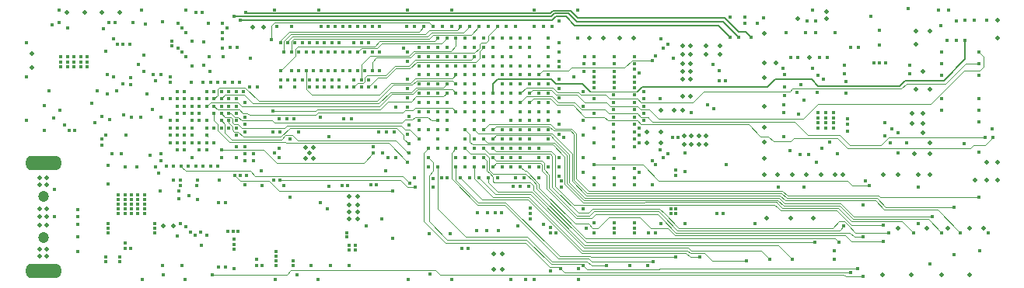
<source format=gbr>
G04 (created by PCBNEW (2013-07-07 BZR 4022)-stable) date 27/11/2015 23:20:48*
%MOIN*%
G04 Gerber Fmt 3.4, Leading zero omitted, Abs format*
%FSLAX34Y34*%
G01*
G70*
G90*
G04 APERTURE LIST*
%ADD10C,0.00590551*%
%ADD11C,0.019685*%
%ADD12C,0.0472441*%
%ADD13O,0.15748X0.0629921*%
%ADD14C,0.015748*%
%ADD15C,0.00393701*%
%ADD16C,0.00787402*%
G04 APERTURE END LIST*
G54D10*
G54D11*
X62539Y-59232D03*
X62893Y-59232D03*
X62893Y-58562D03*
X62539Y-58562D03*
X56358Y-56082D03*
X56712Y-56082D03*
X56712Y-56437D03*
X56358Y-56437D03*
X56358Y-56751D03*
X56712Y-56751D03*
X56712Y-57066D03*
X56358Y-57066D03*
X70629Y-52381D03*
X70275Y-52381D03*
X69704Y-52381D03*
X71653Y-53838D03*
X71653Y-53484D03*
X70708Y-53838D03*
X70708Y-53484D03*
X71023Y-53484D03*
X71338Y-53484D03*
X71338Y-53838D03*
X71023Y-53838D03*
X69704Y-53307D03*
X69704Y-53779D03*
X70629Y-51771D03*
X70984Y-51771D03*
X71653Y-49606D03*
X72244Y-49606D03*
X70629Y-49606D03*
X70984Y-49606D03*
X70984Y-50000D03*
X70629Y-50000D03*
X70984Y-50728D03*
X70629Y-50728D03*
X70984Y-51062D03*
X70629Y-51062D03*
X83188Y-55393D03*
X83661Y-55393D03*
X83661Y-54606D03*
X42736Y-50551D03*
X42736Y-49940D03*
X46496Y-48188D03*
X45748Y-48188D03*
X44251Y-48188D03*
X45000Y-48188D03*
X52677Y-48818D03*
X52204Y-48818D03*
X48818Y-57362D03*
X48385Y-57362D03*
X79881Y-57440D03*
X76259Y-57007D03*
X75275Y-57007D03*
X74251Y-57007D03*
X69114Y-53779D03*
X69114Y-53307D03*
X67952Y-49271D03*
X68543Y-49271D03*
X67244Y-49271D03*
X66653Y-49271D03*
X80472Y-52952D03*
X80472Y-52519D03*
X76062Y-50118D03*
X74645Y-50354D03*
X84133Y-54606D03*
X84133Y-55393D03*
X84133Y-49291D03*
X84133Y-48503D03*
X76811Y-48149D03*
X80629Y-48996D03*
X80629Y-49566D03*
X80944Y-52952D03*
X80944Y-53346D03*
X81259Y-48996D03*
X80944Y-50708D03*
X80629Y-51496D03*
X81259Y-51496D03*
X80944Y-52519D03*
X81259Y-53779D03*
X80590Y-54251D03*
X81259Y-54251D03*
X79251Y-55157D03*
X79881Y-55157D03*
X76811Y-48464D03*
X75590Y-48464D03*
X74133Y-49094D03*
X74133Y-50354D03*
X74133Y-54448D03*
X43070Y-58346D03*
X43385Y-58346D03*
X43385Y-58661D03*
X43070Y-58661D03*
X43385Y-57322D03*
X43070Y-57322D03*
X43070Y-56614D03*
X43385Y-56614D03*
X43385Y-56968D03*
X43070Y-56968D03*
X43070Y-55590D03*
X43385Y-55590D03*
X43385Y-55275D03*
X43070Y-55275D03*
X81102Y-57440D03*
X82007Y-57440D03*
X82952Y-57440D03*
X83543Y-57440D03*
X82952Y-59448D03*
X81732Y-59448D03*
X79212Y-59448D03*
X80433Y-59448D03*
X72244Y-50000D03*
X71653Y-50000D03*
X70629Y-50393D03*
X70984Y-50393D03*
X80748Y-55157D03*
X81259Y-55157D03*
X74133Y-50984D03*
X74133Y-52224D03*
X74133Y-53110D03*
X74133Y-53740D03*
X77500Y-55157D03*
X77165Y-55157D03*
X76574Y-55157D03*
X75354Y-55157D03*
X75944Y-55157D03*
X74724Y-55157D03*
X54468Y-54448D03*
X54468Y-53976D03*
X54822Y-53976D03*
X54822Y-54448D03*
X54645Y-54212D03*
G54D12*
X43228Y-56082D03*
G54D13*
X43228Y-54665D03*
X43228Y-59271D03*
G54D12*
X43228Y-57854D03*
G54D11*
X74133Y-55157D03*
G54D14*
X67716Y-51181D03*
X66850Y-51181D03*
X68582Y-51181D03*
X70354Y-55196D03*
X70354Y-54960D03*
X57283Y-55570D03*
X57519Y-55570D03*
X53149Y-54212D03*
X55757Y-50679D03*
X55757Y-49891D03*
X55472Y-53503D03*
X55600Y-51387D03*
X57017Y-50679D03*
X53238Y-48789D03*
X54970Y-51387D03*
X54025Y-51387D03*
X57017Y-49891D03*
X55127Y-48789D03*
X56230Y-51387D03*
X55757Y-48789D03*
X56860Y-51387D03*
X57017Y-48789D03*
X57490Y-51387D03*
X57647Y-48789D03*
X56387Y-48789D03*
X59744Y-50472D03*
X51870Y-52047D03*
X59744Y-52440D03*
X59744Y-53228D03*
X50708Y-51200D03*
X59744Y-51259D03*
X65059Y-48799D03*
X62500Y-49685D03*
X63681Y-49685D03*
X60137Y-49685D03*
X61318Y-49685D03*
X59153Y-48799D03*
X75000Y-51397D03*
X76614Y-54015D03*
X55098Y-56358D03*
X55393Y-56633D03*
X51141Y-57598D03*
X51377Y-57598D03*
X63366Y-55649D03*
X65354Y-55216D03*
X51543Y-49692D03*
X52598Y-55629D03*
X51574Y-57598D03*
X60137Y-54015D03*
X62893Y-54409D03*
X63681Y-54015D03*
X59153Y-55295D03*
X64468Y-50472D03*
X53818Y-53622D03*
X45748Y-52657D03*
X64468Y-52440D03*
X61712Y-54409D03*
X49035Y-56200D03*
X49606Y-49409D03*
X49606Y-50492D03*
X64468Y-51259D03*
X64468Y-53228D03*
X76417Y-51633D03*
X75610Y-52559D03*
X61811Y-57559D03*
X70354Y-56830D03*
X56358Y-58385D03*
X56594Y-58385D03*
X56594Y-58188D03*
X56358Y-58188D03*
X71988Y-52303D03*
X83326Y-54173D03*
X71712Y-52165D03*
X72460Y-51122D03*
X72224Y-51122D03*
X70354Y-56614D03*
X70157Y-56614D03*
X70157Y-56830D03*
X64980Y-57637D03*
X51397Y-58149D03*
X65196Y-57637D03*
X75905Y-49055D03*
X76338Y-49055D03*
X51397Y-57933D03*
X64980Y-57421D03*
X64685Y-57283D03*
X51397Y-58366D03*
X44153Y-53031D03*
X44350Y-53248D03*
X46968Y-58307D03*
X44566Y-53248D03*
X46751Y-58307D03*
X46751Y-58070D03*
X56240Y-57637D03*
X56240Y-57834D03*
X64094Y-56830D03*
X64094Y-57066D03*
X48346Y-51889D03*
X44724Y-56653D03*
X44724Y-57283D03*
X48661Y-51889D03*
X58937Y-55511D03*
X49133Y-54783D03*
X50905Y-49311D03*
X50236Y-54094D03*
X72677Y-49251D03*
X51692Y-48503D03*
X50866Y-54409D03*
X73031Y-49251D03*
X51417Y-48346D03*
X50551Y-53779D03*
X73582Y-49251D03*
X51909Y-48169D03*
X51496Y-54409D03*
X60137Y-52047D03*
X57618Y-53307D03*
X60531Y-52047D03*
X57952Y-53307D03*
X60531Y-52440D03*
X58287Y-53307D03*
X49291Y-52204D03*
X45984Y-51673D03*
X45748Y-53877D03*
X44724Y-58464D03*
X45748Y-53622D03*
X44724Y-57834D03*
X75000Y-51751D03*
X75708Y-51279D03*
X76043Y-54271D03*
X81259Y-58976D03*
X81968Y-49370D03*
X61181Y-58307D03*
X61318Y-53622D03*
X61437Y-58307D03*
X82263Y-58582D03*
X82362Y-49370D03*
X61712Y-53622D03*
X75846Y-55669D03*
X62696Y-55295D03*
X76299Y-58051D03*
X62106Y-54409D03*
X60137Y-54803D03*
X67381Y-59055D03*
X69389Y-58877D03*
X60925Y-54015D03*
X69724Y-57244D03*
X60531Y-55295D03*
X70334Y-58700D03*
X60925Y-54803D03*
X71377Y-58700D03*
X61122Y-55295D03*
X61318Y-54803D03*
X72125Y-56830D03*
X61515Y-55295D03*
X72381Y-56830D03*
X74744Y-55669D03*
X62106Y-54803D03*
X79251Y-57322D03*
X62500Y-54015D03*
X80551Y-57637D03*
X61318Y-53228D03*
X81358Y-56948D03*
X62500Y-53622D03*
X81751Y-57637D03*
X62106Y-53622D03*
X62500Y-53228D03*
X82263Y-56535D03*
X83346Y-56102D03*
X62106Y-53228D03*
X61712Y-53228D03*
X82559Y-57637D03*
X78366Y-57834D03*
X62500Y-54803D03*
X62106Y-54015D03*
X79468Y-57637D03*
X62500Y-54409D03*
X77559Y-57362D03*
X77342Y-58051D03*
X61318Y-54015D03*
X74370Y-58779D03*
X61909Y-55295D03*
X73385Y-58858D03*
X61712Y-54803D03*
X69192Y-57637D03*
X60688Y-57677D03*
X61318Y-54409D03*
X75354Y-58779D03*
X62303Y-55295D03*
X64094Y-56574D03*
X63287Y-54409D03*
X66515Y-57440D03*
X63681Y-50866D03*
X60531Y-52834D03*
X63287Y-51259D03*
X63681Y-50472D03*
X60137Y-53622D03*
X54025Y-51072D03*
X61318Y-51259D03*
X54183Y-49891D03*
X62303Y-48799D03*
X63090Y-48799D03*
X54025Y-49498D03*
X53405Y-50679D03*
X60137Y-49291D03*
X59940Y-48799D03*
X53001Y-49340D03*
X61712Y-50866D03*
X54183Y-50679D03*
X53710Y-49498D03*
X61515Y-48799D03*
X53710Y-51072D03*
X64074Y-50078D03*
X53868Y-49891D03*
X61909Y-48799D03*
X53868Y-50679D03*
X61712Y-51259D03*
X59547Y-48799D03*
X53395Y-49498D03*
X59744Y-49685D03*
X53395Y-51072D03*
X61122Y-48799D03*
X53553Y-49891D03*
X63484Y-48799D03*
X54340Y-49498D03*
X64271Y-48799D03*
X54498Y-49891D03*
X64665Y-48799D03*
X54655Y-49498D03*
X54655Y-51072D03*
X60925Y-50472D03*
X61318Y-50472D03*
X54970Y-51072D03*
X55600Y-51072D03*
X62893Y-50472D03*
X62893Y-49291D03*
X55600Y-49498D03*
X56702Y-50679D03*
X62106Y-50078D03*
X56702Y-49891D03*
X60531Y-49291D03*
X56702Y-48789D03*
X60728Y-48799D03*
X61712Y-50078D03*
X56545Y-51387D03*
X60334Y-48799D03*
X57332Y-48789D03*
X62106Y-49685D03*
X57175Y-51387D03*
X63287Y-50078D03*
X55442Y-50679D03*
X55442Y-49891D03*
X62500Y-49291D03*
X63287Y-49291D03*
X55442Y-48789D03*
X62500Y-50866D03*
X55285Y-51387D03*
X56072Y-48789D03*
X64074Y-49291D03*
X62106Y-50866D03*
X55915Y-51387D03*
X60925Y-49291D03*
X56860Y-51072D03*
X61318Y-49291D03*
X56860Y-49498D03*
X56072Y-49891D03*
X64074Y-49685D03*
X62500Y-50472D03*
X56072Y-50679D03*
X62106Y-49291D03*
X54655Y-51387D03*
X57332Y-49891D03*
X62106Y-50472D03*
X62696Y-48799D03*
X57332Y-50679D03*
X60925Y-50866D03*
X54498Y-50679D03*
X61318Y-50866D03*
X54340Y-51072D03*
X61712Y-50472D03*
X54812Y-50679D03*
X61712Y-49291D03*
X54812Y-49891D03*
X66377Y-54409D03*
X63287Y-54015D03*
X65354Y-51062D03*
X67677Y-52047D03*
X66850Y-51889D03*
X64862Y-50866D03*
X66377Y-51574D03*
X64074Y-50866D03*
X67677Y-52677D03*
X65354Y-51850D03*
X65354Y-49881D03*
X68976Y-51574D03*
X65354Y-51456D03*
X66377Y-52204D03*
X67677Y-52362D03*
X63681Y-51259D03*
X67677Y-51732D03*
X63287Y-50866D03*
X68582Y-51732D03*
X64862Y-49685D03*
X65354Y-49488D03*
X68976Y-51889D03*
X62893Y-51259D03*
X66850Y-52519D03*
X64862Y-50078D03*
X68582Y-52047D03*
X66850Y-53779D03*
X64074Y-53622D03*
X68582Y-53937D03*
X63287Y-54803D03*
X64862Y-51653D03*
X66377Y-52834D03*
X64862Y-52440D03*
X67677Y-52992D03*
X67677Y-53937D03*
X64074Y-54015D03*
X65354Y-54803D03*
X68779Y-53779D03*
X64862Y-52834D03*
X66377Y-53464D03*
X67677Y-53622D03*
X63681Y-53228D03*
X67677Y-53307D03*
X65354Y-52992D03*
X64468Y-54409D03*
X68582Y-53622D03*
X65354Y-52440D03*
X66850Y-53149D03*
X65354Y-54409D03*
X68779Y-53464D03*
X63287Y-51653D03*
X68976Y-52519D03*
X64468Y-54015D03*
X68779Y-53149D03*
X68582Y-52362D03*
X64862Y-51259D03*
X68582Y-52992D03*
X64862Y-53622D03*
X59350Y-53228D03*
X77263Y-54251D03*
X54192Y-53307D03*
X59744Y-52047D03*
X79340Y-50364D03*
X63681Y-54803D03*
X79251Y-58011D03*
X49094Y-55374D03*
X64468Y-52047D03*
X52244Y-54566D03*
X64862Y-52047D03*
X64862Y-54803D03*
X67677Y-54881D03*
X63287Y-52047D03*
X49842Y-55374D03*
X50777Y-55393D03*
X64074Y-52834D03*
X63287Y-53622D03*
X68582Y-54881D03*
X78464Y-55433D03*
X78828Y-50364D03*
X66377Y-55039D03*
X63484Y-55295D03*
X79084Y-50364D03*
X78641Y-55610D03*
X66850Y-54724D03*
X62893Y-53622D03*
X49606Y-53464D03*
X53385Y-53307D03*
X51496Y-52204D03*
X59350Y-51259D03*
X51496Y-52519D03*
X59350Y-51653D03*
X51496Y-53149D03*
X58858Y-51850D03*
X60137Y-51653D03*
X51181Y-53149D03*
X50866Y-53149D03*
X59350Y-52440D03*
X51181Y-52519D03*
X60137Y-52834D03*
X50866Y-52519D03*
X59350Y-53622D03*
X50551Y-52519D03*
X58858Y-54606D03*
X50236Y-53149D03*
X59350Y-52834D03*
X51496Y-52834D03*
X59744Y-51653D03*
X53090Y-52421D03*
X60531Y-51653D03*
X50866Y-52204D03*
X50551Y-53149D03*
X58897Y-52637D03*
X50866Y-52834D03*
X58897Y-54212D03*
X49448Y-54783D03*
X49291Y-53779D03*
X51889Y-55590D03*
X50236Y-51574D03*
X58858Y-49881D03*
X50236Y-51889D03*
X58681Y-49724D03*
X51338Y-51200D03*
X60531Y-50472D03*
X51811Y-51574D03*
X59350Y-50866D03*
X60137Y-50866D03*
X51496Y-51574D03*
X51496Y-51889D03*
X60531Y-50866D03*
X51181Y-52204D03*
X58858Y-51456D03*
X50551Y-52204D03*
X60925Y-52440D03*
X49921Y-52834D03*
X58897Y-53031D03*
X60531Y-50078D03*
X50551Y-51574D03*
X50551Y-51889D03*
X60925Y-51259D03*
X60925Y-51653D03*
X50236Y-52204D03*
X59350Y-50078D03*
X50866Y-51574D03*
X60531Y-51259D03*
X50866Y-51889D03*
X58858Y-50275D03*
X51181Y-51574D03*
X51181Y-51889D03*
X58858Y-51062D03*
X64074Y-54803D03*
X51948Y-55177D03*
X63838Y-55295D03*
X51692Y-55177D03*
X50866Y-54094D03*
X63681Y-53622D03*
X57381Y-54232D03*
X58208Y-55866D03*
X64035Y-55649D03*
X51437Y-55177D03*
X62598Y-56771D03*
X49763Y-54783D03*
X49606Y-54409D03*
X49606Y-53779D03*
X51181Y-52834D03*
X58897Y-53818D03*
X50354Y-50098D03*
X63287Y-53228D03*
X50255Y-57736D03*
X50905Y-49035D03*
X49291Y-54094D03*
X62893Y-53228D03*
X48996Y-49704D03*
X48996Y-48641D03*
X49291Y-53149D03*
X49114Y-57263D03*
X49744Y-57736D03*
X49291Y-53464D03*
X49173Y-49901D03*
X49173Y-48838D03*
X62893Y-54803D03*
X49291Y-51574D03*
X49921Y-53779D03*
X50078Y-54783D03*
X49822Y-55629D03*
X49094Y-55629D03*
X48818Y-54783D03*
X48326Y-48582D03*
X48740Y-49606D03*
X48740Y-49409D03*
X51023Y-51200D03*
X50078Y-51200D03*
X48976Y-51574D03*
X46003Y-54763D03*
X51870Y-53307D03*
X51870Y-52677D03*
X50708Y-54783D03*
X49921Y-51889D03*
X48976Y-53779D03*
X62874Y-56771D03*
X62283Y-56771D03*
X61850Y-56771D03*
X67716Y-50393D03*
X66850Y-57224D03*
X67716Y-57224D03*
X67716Y-57440D03*
X68582Y-57440D03*
X68582Y-57224D03*
X66377Y-56614D03*
X68582Y-55590D03*
X68582Y-57657D03*
X67716Y-57657D03*
X66850Y-57657D03*
X66850Y-50078D03*
X67716Y-55590D03*
X68582Y-55275D03*
X67716Y-55275D03*
X68582Y-51417D03*
X67716Y-51417D03*
X66850Y-51417D03*
X67716Y-50708D03*
X67716Y-50944D03*
X68582Y-50944D03*
X66850Y-50944D03*
X68582Y-50629D03*
X66850Y-50708D03*
X68582Y-50078D03*
X67716Y-50078D03*
X66850Y-55275D03*
X68582Y-50393D03*
X66850Y-50393D03*
X66850Y-55590D03*
X62755Y-57559D03*
X62244Y-57559D03*
X63267Y-59645D03*
X63897Y-59645D03*
X55472Y-55649D03*
X56043Y-55610D03*
X56279Y-55610D03*
X57086Y-57342D03*
X58208Y-57874D03*
X57755Y-57066D03*
X55531Y-59035D03*
X56358Y-59035D03*
X54704Y-59035D03*
X72500Y-54724D03*
X71023Y-52480D03*
X70728Y-54212D03*
X70748Y-55019D03*
X69685Y-51889D03*
X72224Y-50688D03*
X71929Y-50433D03*
X70255Y-50137D03*
X59744Y-50866D03*
X66161Y-59645D03*
X66161Y-59173D03*
X47066Y-48602D03*
X75000Y-50846D03*
X75846Y-51968D03*
X76377Y-54625D03*
X60137Y-53228D03*
X75688Y-54271D03*
X80314Y-48031D03*
X74114Y-48425D03*
X64468Y-51653D03*
X66141Y-49271D03*
X66456Y-50078D03*
X66417Y-50393D03*
X56437Y-52736D03*
X63287Y-50472D03*
X59744Y-54803D03*
X59940Y-55334D03*
X61712Y-52834D03*
X57775Y-54232D03*
X58011Y-54409D03*
X58326Y-54409D03*
X49330Y-48070D03*
X49566Y-51200D03*
X49606Y-53149D03*
X64468Y-55275D03*
X76761Y-52923D03*
X77096Y-52923D03*
X76427Y-52923D03*
X76427Y-53139D03*
X77096Y-53139D03*
X76761Y-53139D03*
X76761Y-52470D03*
X77096Y-52470D03*
X76427Y-52470D03*
X76427Y-52706D03*
X77096Y-52706D03*
X76761Y-52706D03*
X83661Y-48503D03*
X82716Y-53818D03*
X83326Y-52874D03*
X83326Y-52381D03*
X83917Y-53188D03*
X76220Y-48070D03*
X82027Y-48070D03*
X81594Y-48070D03*
X78700Y-48366D03*
X74990Y-52135D03*
X74950Y-50580D03*
X76210Y-50580D03*
X75246Y-54124D03*
X76958Y-53750D03*
X75580Y-50103D03*
X75265Y-50103D03*
X76525Y-50103D03*
X76840Y-50103D03*
X76663Y-51053D03*
X75068Y-49064D03*
X77175Y-49064D03*
X76427Y-50895D03*
X77627Y-51643D03*
X77627Y-51151D03*
X77568Y-50462D03*
X77568Y-50816D03*
X77844Y-49675D03*
X78179Y-49675D03*
X79084Y-49576D03*
X79084Y-48946D03*
X79616Y-53198D03*
X79301Y-52903D03*
X79301Y-53474D03*
X79891Y-53356D03*
X80246Y-53789D03*
X79537Y-53789D03*
X79891Y-54202D03*
X80364Y-50462D03*
X80364Y-50816D03*
X62893Y-54015D03*
X43700Y-56968D03*
X51397Y-59192D03*
X63681Y-55649D03*
X70748Y-57244D03*
X69133Y-59055D03*
X68366Y-59055D03*
X69724Y-49311D03*
X43700Y-55787D03*
X44724Y-56968D03*
X73307Y-48385D03*
X48385Y-59448D03*
X47460Y-59645D03*
X49311Y-59645D03*
X54094Y-59448D03*
X53169Y-59645D03*
X55019Y-59645D03*
X59803Y-59429D03*
X58877Y-59645D03*
X60728Y-59645D03*
X64291Y-59645D03*
X65433Y-55688D03*
X65964Y-50964D03*
X66141Y-48070D03*
X64271Y-48070D03*
X60748Y-48070D03*
X58858Y-48070D03*
X55039Y-48070D03*
X53149Y-48070D03*
X47440Y-48070D03*
X42500Y-52834D03*
X42500Y-50944D03*
X42500Y-49488D03*
X43897Y-48070D03*
X64980Y-59271D03*
X70433Y-53543D03*
X70216Y-53543D03*
X69350Y-55590D03*
X64468Y-54803D03*
X63681Y-52440D03*
X65354Y-50511D03*
X60137Y-51259D03*
X59350Y-49685D03*
X64074Y-53228D03*
X62106Y-51653D03*
X61712Y-51653D03*
X62500Y-50078D03*
X50905Y-48641D03*
X73759Y-57244D03*
X80748Y-55669D03*
X80748Y-57244D03*
X44842Y-50098D03*
X44842Y-50531D03*
X44842Y-50314D03*
X44271Y-50098D03*
X44271Y-50531D03*
X44271Y-50314D03*
X44547Y-50098D03*
X44547Y-50531D03*
X44547Y-50314D03*
X45118Y-50098D03*
X45118Y-50531D03*
X45118Y-50314D03*
X43976Y-50314D03*
X43976Y-50531D03*
X43976Y-50098D03*
X53208Y-58444D03*
X49330Y-57401D03*
X49547Y-57618D03*
X48011Y-57657D03*
X48011Y-57460D03*
X48976Y-57795D03*
X48011Y-57263D03*
X47283Y-56023D03*
X47283Y-56830D03*
X47283Y-56417D03*
X47283Y-56220D03*
X47283Y-56633D03*
X46732Y-56023D03*
X46732Y-56830D03*
X46732Y-56417D03*
X46732Y-56220D03*
X46732Y-56633D03*
X47578Y-56633D03*
X47578Y-56220D03*
X47578Y-56417D03*
X47578Y-56830D03*
X47578Y-56023D03*
X47007Y-56023D03*
X47007Y-56830D03*
X47007Y-56417D03*
X47007Y-56220D03*
X47007Y-56633D03*
X46437Y-56633D03*
X46437Y-56220D03*
X46437Y-56417D03*
X46437Y-56830D03*
X46437Y-56023D03*
X77145Y-58779D03*
X77145Y-58425D03*
X78366Y-56456D03*
X83366Y-58425D03*
X60137Y-50472D03*
X61712Y-54015D03*
X63681Y-54409D03*
X83759Y-57657D03*
X50314Y-48641D03*
X58858Y-53425D03*
X62893Y-50866D03*
X64862Y-50472D03*
X55127Y-49891D03*
X56545Y-51072D03*
X55915Y-49498D03*
X56387Y-49891D03*
X46299Y-48602D03*
X51043Y-59133D03*
X50728Y-59133D03*
X52362Y-58779D03*
X53208Y-59035D03*
X53956Y-58838D03*
X53956Y-59035D03*
X53208Y-58838D03*
X53208Y-58641D03*
X58858Y-52244D03*
X51496Y-53464D03*
X50374Y-50708D03*
X51870Y-54566D03*
X46181Y-54251D03*
X46062Y-52795D03*
X64862Y-53228D03*
X64074Y-52440D03*
X55098Y-52696D03*
X56102Y-52736D03*
X53110Y-55393D03*
X53543Y-55629D03*
X53818Y-56102D03*
X51043Y-56338D03*
X50728Y-56338D03*
X59350Y-52047D03*
X65334Y-48562D03*
X61318Y-51653D03*
X64074Y-50472D03*
X46377Y-51555D03*
X47539Y-50728D03*
X46259Y-50944D03*
X58799Y-48789D03*
X55285Y-49498D03*
X56387Y-50679D03*
X55127Y-50679D03*
X55285Y-51072D03*
X55915Y-51072D03*
X57175Y-51072D03*
X57175Y-49498D03*
X57647Y-50679D03*
X57647Y-49891D03*
X53868Y-48789D03*
X56545Y-49498D03*
X53395Y-51387D03*
X59350Y-50472D03*
X60531Y-49685D03*
X63287Y-49685D03*
X63681Y-49291D03*
X60137Y-52440D03*
X60531Y-54015D03*
X60531Y-53228D03*
X62106Y-52834D03*
X62500Y-52047D03*
X62106Y-52047D03*
X61712Y-52047D03*
X61318Y-52047D03*
X49842Y-56220D03*
X48661Y-50944D03*
X47618Y-48700D03*
X51653Y-51200D03*
X51870Y-53937D03*
X51870Y-52992D03*
X49606Y-52519D03*
X48051Y-51102D03*
X47677Y-51673D03*
X45433Y-52933D03*
X48976Y-52204D03*
X47007Y-52677D03*
X48031Y-54822D03*
X47401Y-52677D03*
X48503Y-54783D03*
X48169Y-55098D03*
X48818Y-55393D03*
X50393Y-54783D03*
X51496Y-53937D03*
X52086Y-51397D03*
X52401Y-51397D03*
X49960Y-57618D03*
X47952Y-50866D03*
X48267Y-50866D03*
X46043Y-48602D03*
X45807Y-48897D03*
X43681Y-52716D03*
X43267Y-53248D03*
X43267Y-52185D03*
X45551Y-51535D03*
X45295Y-52086D03*
X47795Y-54330D03*
X48287Y-54566D03*
X45984Y-50866D03*
X46633Y-51259D03*
X47303Y-50413D03*
X46791Y-53444D03*
X45925Y-53444D03*
X50098Y-49468D03*
X50098Y-50452D03*
X50905Y-49704D03*
X53090Y-53307D03*
X48976Y-51889D03*
X48976Y-52519D03*
X49921Y-54094D03*
X51870Y-54251D03*
X50393Y-51200D03*
X64862Y-49291D03*
X43917Y-48602D03*
X49468Y-56062D03*
X49035Y-55866D03*
X48346Y-59055D03*
X49173Y-59055D03*
X64074Y-51259D03*
X61318Y-50078D03*
X69488Y-54724D03*
X61712Y-49685D03*
X69488Y-50039D03*
X69330Y-50236D03*
X69330Y-54566D03*
X64468Y-50866D03*
X69822Y-54409D03*
X69822Y-49724D03*
X60137Y-50078D03*
X70019Y-54251D03*
X70019Y-49547D03*
X59744Y-50078D03*
X78149Y-59173D03*
X59744Y-54409D03*
X66377Y-59055D03*
X76338Y-48543D03*
X77706Y-53001D03*
X49783Y-48169D03*
X49606Y-52204D03*
X77854Y-59350D03*
X59744Y-54015D03*
X65393Y-59173D03*
X75984Y-48543D03*
X77706Y-53277D03*
X50039Y-48169D03*
X49606Y-51889D03*
X62500Y-51653D03*
X82755Y-49370D03*
X65354Y-50275D03*
X68976Y-52204D03*
X64862Y-54409D03*
X68582Y-53307D03*
X48661Y-53779D03*
X46574Y-54251D03*
X49606Y-52834D03*
X53346Y-52755D03*
X53661Y-52755D03*
X48661Y-53464D03*
X52578Y-54980D03*
X48976Y-53464D03*
X50236Y-53464D03*
X52244Y-54251D03*
X73307Y-48661D03*
X49350Y-49035D03*
X51102Y-48838D03*
X49291Y-52519D03*
X46673Y-52578D03*
X72677Y-48385D03*
X73858Y-48661D03*
X51259Y-49685D03*
X49350Y-50098D03*
X53385Y-55393D03*
X59173Y-55688D03*
X52125Y-50137D03*
X47539Y-50019D03*
X43937Y-52401D03*
X53976Y-52755D03*
X48976Y-54094D03*
X48287Y-52677D03*
X48661Y-53149D03*
X48287Y-54251D03*
X47893Y-52362D03*
X48661Y-52834D03*
X82755Y-48503D03*
X82362Y-48543D03*
X81712Y-48740D03*
X53346Y-54015D03*
X53346Y-54409D03*
X43484Y-51535D03*
X44291Y-48858D03*
X45925Y-49842D03*
X46023Y-55551D03*
X47244Y-54803D03*
X46751Y-54803D03*
X48248Y-55866D03*
X46023Y-57263D03*
X46023Y-57657D03*
X46023Y-57460D03*
X50000Y-58188D03*
X45905Y-58700D03*
X52362Y-59035D03*
X52598Y-59035D03*
X46496Y-58700D03*
X45905Y-58897D03*
X46496Y-58897D03*
X83149Y-48503D03*
X75531Y-51633D03*
X65354Y-53425D03*
X46968Y-50984D03*
X48976Y-52834D03*
X48976Y-53149D03*
X46968Y-51299D03*
X67716Y-54468D03*
X64468Y-52834D03*
X74990Y-52490D03*
X68779Y-50787D03*
X59940Y-55688D03*
X59763Y-57677D03*
X69468Y-57637D03*
X69665Y-54094D03*
X78385Y-59527D03*
X77706Y-52746D03*
X50236Y-53779D03*
X50472Y-59448D03*
X83326Y-50885D03*
X83937Y-53562D03*
X64074Y-52047D03*
X81751Y-49881D03*
X50944Y-50098D03*
X50236Y-52834D03*
X83326Y-51889D03*
X83602Y-53562D03*
X63681Y-52047D03*
X81751Y-50885D03*
X49921Y-52519D03*
X64074Y-51653D03*
X83326Y-49881D03*
X81751Y-51870D03*
X49291Y-51889D03*
X83326Y-50374D03*
X63681Y-51653D03*
X81751Y-50374D03*
X49921Y-52204D03*
X48661Y-51200D03*
X81751Y-52381D03*
X68582Y-52677D03*
X63681Y-52834D03*
X63287Y-52834D03*
X68976Y-52834D03*
X74990Y-53513D03*
X68779Y-55039D03*
X65433Y-55433D03*
X60295Y-55295D03*
X65551Y-53543D03*
X58326Y-52244D03*
X57893Y-54980D03*
X62893Y-52440D03*
X62500Y-52440D03*
X62106Y-52440D03*
X61712Y-52440D03*
X61318Y-52440D03*
X62893Y-52047D03*
X62893Y-51653D03*
X46948Y-49566D03*
X46653Y-49566D03*
X46417Y-49566D03*
X46259Y-49311D03*
X43602Y-48720D03*
X63562Y-57342D03*
X66397Y-50708D03*
X60925Y-54409D03*
X57381Y-53956D03*
X62893Y-50078D03*
X60925Y-50078D03*
X54970Y-49498D03*
G54D15*
X49133Y-54783D02*
X49133Y-54803D01*
X58641Y-55216D02*
X58937Y-55511D01*
X52322Y-55216D02*
X58641Y-55216D01*
X52106Y-55000D02*
X52322Y-55216D01*
X49330Y-55000D02*
X52106Y-55000D01*
X49133Y-54803D02*
X49330Y-55000D01*
G54D10*
X65570Y-48346D02*
X65629Y-48346D01*
X65216Y-48346D02*
X65570Y-48346D01*
X65059Y-48503D02*
X51692Y-48503D01*
X65216Y-48346D02*
X65059Y-48503D01*
X72165Y-48740D02*
X72677Y-49251D01*
X66023Y-48740D02*
X72165Y-48740D01*
X65629Y-48346D02*
X66023Y-48740D01*
X72125Y-48582D02*
X72362Y-48582D01*
X72362Y-48582D02*
X73031Y-49251D01*
X65137Y-48228D02*
X65748Y-48228D01*
X65019Y-48346D02*
X65137Y-48228D01*
X51417Y-48346D02*
X65019Y-48346D01*
X66102Y-48582D02*
X72125Y-48582D01*
X72125Y-48582D02*
X72204Y-48582D01*
X72204Y-48582D02*
X72322Y-48582D01*
X65748Y-48228D02*
X66102Y-48582D01*
X72125Y-48425D02*
X72440Y-48425D01*
X73346Y-49015D02*
X73582Y-49251D01*
X73031Y-49015D02*
X73346Y-49015D01*
X72440Y-48425D02*
X73031Y-49015D01*
X51968Y-48228D02*
X51909Y-48169D01*
X64960Y-48228D02*
X51968Y-48228D01*
X65078Y-48110D02*
X65826Y-48110D01*
X65078Y-48110D02*
X64960Y-48228D01*
X66141Y-48425D02*
X72125Y-48425D01*
X72125Y-48425D02*
X72401Y-48425D01*
X65826Y-48110D02*
X66141Y-48425D01*
G54D15*
X62362Y-55098D02*
X62500Y-55236D01*
X62539Y-55472D02*
X64114Y-55472D01*
X62500Y-55433D02*
X62539Y-55472D01*
X62500Y-55236D02*
X62500Y-55433D01*
X64251Y-55807D02*
X66496Y-58051D01*
X66496Y-58051D02*
X76299Y-58051D01*
X64251Y-55807D02*
X64251Y-55610D01*
X62106Y-54409D02*
X62244Y-54547D01*
X62244Y-54547D02*
X62253Y-54557D01*
X62253Y-54557D02*
X62253Y-54990D01*
X62253Y-54990D02*
X62362Y-55098D01*
X64114Y-55472D02*
X64251Y-55610D01*
X63986Y-57824D02*
X61328Y-57824D01*
X60137Y-56633D02*
X60137Y-56279D01*
X61328Y-57824D02*
X60137Y-56633D01*
X66417Y-58877D02*
X65039Y-58877D01*
X60137Y-54803D02*
X60137Y-56279D01*
X63986Y-57824D02*
X65039Y-58877D01*
X66555Y-58877D02*
X66732Y-59055D01*
X66732Y-59055D02*
X67381Y-59055D01*
X66417Y-58877D02*
X66555Y-58877D01*
X62480Y-56456D02*
X61850Y-56456D01*
X61850Y-56456D02*
X60728Y-55334D01*
X62480Y-56456D02*
X63011Y-56456D01*
X65314Y-58759D02*
X65649Y-58759D01*
X63011Y-56456D02*
X65314Y-58759D01*
X65649Y-58759D02*
X66614Y-58759D01*
X66614Y-58759D02*
X66732Y-58877D01*
X66732Y-58877D02*
X69389Y-58877D01*
X60925Y-54015D02*
X60728Y-54212D01*
X60728Y-54212D02*
X60728Y-55334D01*
X65688Y-58661D02*
X65374Y-58661D01*
X65374Y-58661D02*
X63051Y-56338D01*
X65688Y-58661D02*
X66673Y-58661D01*
X66673Y-58661D02*
X66712Y-58700D01*
X66712Y-58700D02*
X70334Y-58700D01*
X60925Y-54803D02*
X60925Y-55374D01*
X61889Y-56338D02*
X63051Y-56338D01*
X60925Y-55374D02*
X61889Y-56338D01*
X70787Y-58523D02*
X66318Y-58523D01*
X66318Y-58523D02*
X66122Y-58326D01*
X70787Y-58523D02*
X70964Y-58700D01*
X70964Y-58700D02*
X71377Y-58700D01*
X66122Y-58326D02*
X64015Y-56220D01*
X63740Y-56220D02*
X64015Y-56220D01*
X61122Y-55295D02*
X62047Y-56220D01*
X62047Y-56220D02*
X63740Y-56220D01*
X66456Y-56437D02*
X65964Y-56437D01*
X65964Y-56437D02*
X65177Y-55649D01*
X66496Y-56437D02*
X66456Y-56437D01*
X65177Y-55649D02*
X65177Y-55255D01*
X74694Y-56545D02*
X74586Y-56437D01*
X74694Y-56545D02*
X74842Y-56692D01*
X74842Y-56692D02*
X77244Y-56692D01*
X77244Y-56692D02*
X77618Y-57066D01*
X74586Y-56437D02*
X66496Y-56437D01*
X66496Y-56437D02*
X66279Y-56437D01*
X77598Y-57047D02*
X77618Y-57066D01*
X79251Y-57322D02*
X77874Y-57322D01*
X77874Y-57322D02*
X77814Y-57263D01*
X77618Y-57066D02*
X77814Y-57263D01*
X62647Y-54163D02*
X65019Y-54163D01*
X65019Y-54163D02*
X65177Y-54320D01*
X65177Y-54320D02*
X65177Y-55255D01*
X62500Y-54015D02*
X62647Y-54163D01*
X65177Y-55255D02*
X65177Y-55334D01*
X65590Y-54586D02*
X65590Y-54389D01*
X65590Y-54389D02*
X65068Y-53868D01*
X66368Y-56338D02*
X69025Y-56338D01*
X62224Y-53868D02*
X65068Y-53868D01*
X65590Y-54586D02*
X65590Y-55561D01*
X65590Y-55561D02*
X66368Y-56338D01*
X74685Y-56338D02*
X74921Y-56574D01*
X74921Y-56574D02*
X77303Y-56574D01*
X77303Y-56574D02*
X77874Y-57145D01*
X77874Y-57145D02*
X79271Y-57145D01*
X80059Y-57145D02*
X80551Y-57637D01*
X79271Y-57145D02*
X80059Y-57145D01*
X74675Y-56328D02*
X74685Y-56338D01*
X69035Y-56328D02*
X74675Y-56328D01*
X69025Y-56338D02*
X69035Y-56328D01*
X62224Y-53868D02*
X61643Y-53868D01*
X61515Y-53740D02*
X61515Y-53425D01*
X61643Y-53868D02*
X61515Y-53740D01*
X61318Y-53228D02*
X61515Y-53425D01*
X61958Y-53868D02*
X62224Y-53868D01*
X65787Y-54448D02*
X65787Y-54291D01*
X65787Y-54291D02*
X65137Y-53641D01*
X78562Y-56948D02*
X81358Y-56948D01*
X79311Y-56948D02*
X78562Y-56948D01*
X78562Y-56948D02*
X77992Y-56948D01*
X77992Y-56948D02*
X77421Y-56377D01*
X75452Y-56377D02*
X75019Y-56377D01*
X75452Y-56377D02*
X77421Y-56377D01*
X62500Y-53622D02*
X62657Y-53464D01*
X64960Y-53464D02*
X65137Y-53641D01*
X62657Y-53464D02*
X64960Y-53464D01*
X65787Y-54448D02*
X65787Y-55472D01*
X65787Y-55472D02*
X66456Y-56141D01*
X75019Y-56377D02*
X74783Y-56141D01*
X74783Y-56141D02*
X66456Y-56141D01*
X79311Y-56948D02*
X79940Y-56948D01*
X65688Y-54448D02*
X65688Y-54330D01*
X65688Y-54330D02*
X65137Y-53779D01*
X79566Y-57047D02*
X81161Y-57047D01*
X81161Y-57047D02*
X81751Y-57637D01*
X66397Y-56240D02*
X74724Y-56240D01*
X77933Y-57047D02*
X79566Y-57047D01*
X77362Y-56476D02*
X77933Y-57047D01*
X74960Y-56476D02*
X77362Y-56476D01*
X74724Y-56240D02*
X74960Y-56476D01*
X62106Y-53622D02*
X62263Y-53779D01*
X62263Y-53779D02*
X65137Y-53779D01*
X65688Y-55531D02*
X66397Y-56240D01*
X65688Y-54448D02*
X65688Y-55531D01*
X65826Y-53267D02*
X65118Y-53267D01*
X65118Y-53267D02*
X64921Y-53070D01*
X65984Y-53425D02*
X65826Y-53267D01*
X65984Y-53789D02*
X65984Y-53425D01*
X75472Y-56161D02*
X78444Y-56161D01*
X65984Y-55374D02*
X66555Y-55944D01*
X65984Y-53789D02*
X65984Y-55374D01*
X62657Y-53070D02*
X62500Y-53228D01*
X62657Y-53070D02*
X64921Y-53070D01*
X75098Y-56161D02*
X74881Y-55944D01*
X74881Y-55944D02*
X66555Y-55944D01*
X75472Y-56161D02*
X75098Y-56161D01*
X78976Y-56161D02*
X79350Y-56535D01*
X79350Y-56535D02*
X82263Y-56535D01*
X78444Y-56161D02*
X78976Y-56161D01*
X78444Y-56161D02*
X78759Y-56161D01*
X65354Y-53169D02*
X65177Y-53169D01*
X65177Y-53169D02*
X64990Y-52982D01*
X65866Y-53169D02*
X65354Y-53169D01*
X66082Y-53385D02*
X65866Y-53169D01*
X66082Y-53799D02*
X66082Y-53385D01*
X80295Y-56102D02*
X79094Y-56102D01*
X82165Y-56102D02*
X83346Y-56102D01*
X66614Y-55846D02*
X74921Y-55846D01*
X66082Y-53799D02*
X66082Y-55314D01*
X66082Y-55314D02*
X66614Y-55846D01*
X75137Y-56062D02*
X79055Y-56062D01*
X79055Y-56062D02*
X79094Y-56102D01*
X74921Y-55846D02*
X75137Y-56062D01*
X62106Y-53228D02*
X62352Y-52982D01*
X62352Y-52982D02*
X64990Y-52982D01*
X80295Y-56102D02*
X82165Y-56102D01*
X66082Y-53602D02*
X66082Y-53799D01*
X65895Y-54488D02*
X65895Y-54242D01*
X65895Y-54242D02*
X65226Y-53572D01*
X78287Y-56259D02*
X78897Y-56259D01*
X81574Y-56653D02*
X82559Y-57637D01*
X79291Y-56653D02*
X81574Y-56653D01*
X78897Y-56259D02*
X79291Y-56653D01*
X75452Y-56259D02*
X75039Y-56259D01*
X74822Y-56043D02*
X66515Y-56043D01*
X75039Y-56259D02*
X74822Y-56043D01*
X61712Y-53228D02*
X61860Y-53375D01*
X65895Y-55423D02*
X66515Y-56043D01*
X65895Y-54488D02*
X65895Y-55423D01*
X65029Y-53375D02*
X65226Y-53572D01*
X61860Y-53375D02*
X65029Y-53375D01*
X75452Y-56259D02*
X78287Y-56259D01*
X66062Y-57027D02*
X66732Y-57027D01*
X69566Y-56850D02*
X69744Y-57027D01*
X66909Y-56850D02*
X69566Y-56850D01*
X66732Y-57027D02*
X66909Y-56850D01*
X64803Y-55767D02*
X64803Y-55177D01*
X64803Y-55177D02*
X64616Y-54990D01*
X64547Y-54655D02*
X64163Y-54655D01*
X64616Y-54724D02*
X64547Y-54655D01*
X64616Y-54990D02*
X64616Y-54724D01*
X66062Y-57027D02*
X64803Y-55767D01*
X69744Y-57027D02*
X70354Y-57637D01*
X77814Y-57637D02*
X70354Y-57637D01*
X78011Y-57834D02*
X78366Y-57834D01*
X77814Y-57637D02*
X78011Y-57834D01*
X62647Y-54655D02*
X63877Y-54655D01*
X62500Y-54803D02*
X62637Y-54665D01*
X62637Y-54665D02*
X62647Y-54655D01*
X63877Y-54655D02*
X64163Y-54655D01*
X66161Y-56791D02*
X66614Y-56791D01*
X69645Y-56614D02*
X69862Y-56830D01*
X66791Y-56614D02*
X69645Y-56614D01*
X66614Y-56791D02*
X66791Y-56614D01*
X66161Y-56791D02*
X65059Y-55688D01*
X69862Y-56830D02*
X70472Y-57440D01*
X65059Y-55570D02*
X65059Y-55688D01*
X62342Y-54251D02*
X64960Y-54251D01*
X62106Y-54015D02*
X62342Y-54251D01*
X65059Y-54350D02*
X65059Y-55570D01*
X64960Y-54251D02*
X65059Y-54350D01*
X77342Y-57165D02*
X77578Y-57165D01*
X77066Y-57440D02*
X77342Y-57165D01*
X70472Y-57440D02*
X77066Y-57440D01*
X79468Y-57637D02*
X78051Y-57637D01*
X78051Y-57637D02*
X77736Y-57322D01*
X77578Y-57165D02*
X77736Y-57322D01*
X77736Y-57322D02*
X77775Y-57362D01*
X66122Y-56929D02*
X66653Y-56929D01*
X69606Y-56732D02*
X69803Y-56929D01*
X66850Y-56732D02*
X69606Y-56732D01*
X66653Y-56929D02*
X66850Y-56732D01*
X64921Y-55728D02*
X64921Y-55137D01*
X64921Y-55137D02*
X64704Y-54921D01*
X66122Y-56929D02*
X64921Y-55728D01*
X69803Y-56929D02*
X70413Y-57539D01*
X77381Y-57539D02*
X77559Y-57362D01*
X70413Y-57539D02*
X77381Y-57539D01*
X64212Y-54557D02*
X64616Y-54557D01*
X62500Y-54409D02*
X62647Y-54557D01*
X62647Y-54557D02*
X64212Y-54557D01*
X64616Y-54557D02*
X64704Y-54645D01*
X64704Y-54645D02*
X64704Y-54921D01*
X76437Y-57874D02*
X77165Y-57874D01*
X77165Y-57874D02*
X77342Y-58051D01*
X62342Y-54940D02*
X62480Y-55078D01*
X63917Y-55118D02*
X64232Y-55433D01*
X62519Y-55118D02*
X63917Y-55118D01*
X62480Y-55078D02*
X62519Y-55118D01*
X64370Y-55570D02*
X64370Y-55767D01*
X66476Y-57874D02*
X76437Y-57874D01*
X64370Y-55767D02*
X66476Y-57874D01*
X61318Y-54015D02*
X61555Y-54251D01*
X61555Y-54251D02*
X62185Y-54251D01*
X62185Y-54251D02*
X62342Y-54409D01*
X62342Y-54409D02*
X62342Y-54940D01*
X64232Y-55433D02*
X64370Y-55570D01*
X70885Y-58287D02*
X66417Y-58287D01*
X66417Y-58287D02*
X64114Y-55984D01*
X71023Y-58425D02*
X72066Y-58425D01*
X70885Y-58287D02*
X71023Y-58425D01*
X72834Y-58425D02*
X72066Y-58425D01*
X72066Y-58425D02*
X71988Y-58425D01*
X74015Y-58425D02*
X74370Y-58779D01*
X72539Y-58425D02*
X72834Y-58425D01*
X72834Y-58425D02*
X74015Y-58425D01*
X61909Y-55295D02*
X62598Y-55984D01*
X62598Y-55984D02*
X64114Y-55984D01*
X72539Y-58425D02*
X72775Y-58425D01*
X70846Y-58405D02*
X66358Y-58405D01*
X66358Y-58405D02*
X64055Y-56102D01*
X71909Y-58858D02*
X72362Y-58858D01*
X71574Y-58523D02*
X71909Y-58858D01*
X70964Y-58523D02*
X71574Y-58523D01*
X70846Y-58405D02*
X70964Y-58523D01*
X72362Y-58858D02*
X73385Y-58858D01*
X72224Y-58858D02*
X72362Y-58858D01*
X61712Y-54803D02*
X61712Y-55314D01*
X61712Y-55314D02*
X62500Y-56102D01*
X62500Y-56102D02*
X64055Y-56102D01*
X64173Y-55885D02*
X62696Y-55885D01*
X62303Y-55492D02*
X62303Y-55295D01*
X62696Y-55885D02*
X62303Y-55492D01*
X74744Y-58169D02*
X75354Y-58779D01*
X74271Y-58169D02*
X74744Y-58169D01*
X74665Y-58169D02*
X74271Y-58169D01*
X74271Y-58169D02*
X66456Y-58169D01*
X66456Y-58169D02*
X64173Y-55885D01*
X54133Y-49645D02*
X57440Y-49645D01*
X60000Y-49429D02*
X60137Y-49291D01*
X57657Y-49429D02*
X60000Y-49429D01*
X57440Y-49645D02*
X57657Y-49429D01*
X54035Y-50049D02*
X53405Y-50679D01*
X54035Y-49744D02*
X54035Y-50049D01*
X54133Y-49645D02*
X54035Y-49744D01*
X59783Y-48622D02*
X53129Y-48622D01*
X59940Y-48799D02*
X59940Y-48779D01*
X59940Y-48779D02*
X59783Y-48622D01*
X53129Y-48622D02*
X53001Y-48750D01*
X53001Y-48750D02*
X53001Y-49340D01*
X53710Y-49498D02*
X53710Y-49419D01*
X59704Y-49212D02*
X59862Y-49055D01*
X53917Y-49212D02*
X59704Y-49212D01*
X53710Y-49419D02*
X53917Y-49212D01*
X61515Y-48799D02*
X61259Y-49055D01*
X61259Y-49055D02*
X59862Y-49055D01*
X53868Y-49891D02*
X53868Y-49419D01*
X59783Y-49311D02*
X59950Y-49143D01*
X53976Y-49311D02*
X59783Y-49311D01*
X53868Y-49419D02*
X53976Y-49311D01*
X61909Y-48799D02*
X61564Y-49143D01*
X61564Y-49143D02*
X59950Y-49143D01*
X53395Y-49498D02*
X53395Y-49399D01*
X59330Y-49015D02*
X59547Y-48799D01*
X53779Y-49015D02*
X59330Y-49015D01*
X53395Y-49399D02*
X53779Y-49015D01*
X53553Y-49891D02*
X53553Y-49419D01*
X59606Y-49114D02*
X59763Y-48956D01*
X53858Y-49114D02*
X59606Y-49114D01*
X53553Y-49419D02*
X53858Y-49114D01*
X61122Y-48799D02*
X60984Y-48937D01*
X60964Y-48956D02*
X59763Y-48956D01*
X60984Y-48937D02*
X60964Y-48956D01*
X54911Y-51072D02*
X54970Y-51072D01*
X56860Y-49734D02*
X57529Y-49734D01*
X57529Y-49734D02*
X57736Y-49527D01*
X57736Y-49527D02*
X60295Y-49527D01*
X60295Y-49527D02*
X60531Y-49291D01*
X56860Y-49734D02*
X56702Y-49891D01*
X57696Y-50875D02*
X57913Y-50875D01*
X58297Y-50492D02*
X58907Y-50492D01*
X57913Y-50875D02*
X58297Y-50492D01*
X61328Y-50226D02*
X61564Y-50226D01*
X61564Y-50226D02*
X61712Y-50078D01*
X59173Y-50226D02*
X61328Y-50226D01*
X58907Y-50492D02*
X59173Y-50226D01*
X57116Y-50875D02*
X57696Y-50875D01*
X57017Y-50974D02*
X57116Y-50875D01*
X57017Y-51161D02*
X57017Y-50974D01*
X56545Y-51387D02*
X56702Y-51230D01*
X56948Y-51230D02*
X57017Y-51161D01*
X56702Y-51230D02*
X56948Y-51230D01*
X61929Y-49931D02*
X61929Y-50157D01*
X61929Y-50157D02*
X61771Y-50314D01*
X61929Y-49862D02*
X62106Y-49685D01*
X61929Y-50108D02*
X61929Y-49931D01*
X61929Y-49931D02*
X61929Y-49862D01*
X61771Y-50314D02*
X59232Y-50314D01*
X59232Y-50314D02*
X58956Y-50590D01*
X58336Y-50590D02*
X58956Y-50590D01*
X57952Y-50974D02*
X58336Y-50590D01*
X57726Y-50974D02*
X57952Y-50974D01*
X57588Y-50974D02*
X57175Y-51387D01*
X57726Y-50974D02*
X57588Y-50974D01*
X60703Y-49837D02*
X59119Y-49837D01*
X59119Y-49837D02*
X58917Y-50039D01*
X60925Y-49616D02*
X60925Y-49291D01*
X60703Y-49837D02*
X60925Y-49616D01*
X57253Y-50039D02*
X56860Y-50433D01*
X58917Y-50039D02*
X57253Y-50039D01*
X56860Y-51072D02*
X56860Y-50433D01*
X61417Y-49931D02*
X61702Y-49931D01*
X61929Y-49704D02*
X61929Y-49566D01*
X61702Y-49931D02*
X61929Y-49704D01*
X62322Y-49173D02*
X62696Y-48799D01*
X62322Y-49370D02*
X62322Y-49173D01*
X62204Y-49488D02*
X62322Y-49370D01*
X62007Y-49488D02*
X62204Y-49488D01*
X61929Y-49566D02*
X62007Y-49488D01*
X59183Y-49931D02*
X61417Y-49931D01*
X58986Y-50127D02*
X59183Y-49931D01*
X57509Y-50127D02*
X58986Y-50127D01*
X57332Y-50305D02*
X57509Y-50127D01*
X57332Y-50679D02*
X57332Y-50305D01*
X57342Y-51732D02*
X57637Y-51732D01*
X58159Y-51210D02*
X58966Y-51210D01*
X57637Y-51732D02*
X58159Y-51210D01*
X60639Y-51013D02*
X60777Y-51013D01*
X58966Y-51210D02*
X59163Y-51013D01*
X59163Y-51013D02*
X60639Y-51013D01*
X60777Y-51013D02*
X60925Y-50866D01*
X54744Y-51732D02*
X57342Y-51732D01*
X54498Y-51486D02*
X54744Y-51732D01*
X54498Y-50679D02*
X54498Y-51486D01*
X63877Y-55000D02*
X63937Y-55000D01*
X63681Y-54803D02*
X63877Y-55000D01*
X77874Y-58011D02*
X79251Y-58011D01*
X77618Y-57755D02*
X77874Y-58011D01*
X70314Y-57755D02*
X77618Y-57755D01*
X70000Y-57440D02*
X70314Y-57755D01*
X69271Y-57440D02*
X70000Y-57440D01*
X68818Y-56988D02*
X69271Y-57440D01*
X67460Y-56988D02*
X68818Y-56988D01*
X67007Y-57440D02*
X67460Y-56988D01*
X66791Y-57440D02*
X67007Y-57440D01*
X66614Y-57263D02*
X66791Y-57440D01*
X66043Y-57263D02*
X66614Y-57263D01*
X64488Y-55708D02*
X66043Y-57263D01*
X64488Y-55551D02*
X64488Y-55708D01*
X63937Y-55000D02*
X64488Y-55551D01*
X71653Y-55413D02*
X73838Y-55413D01*
X73858Y-55433D02*
X73858Y-55413D01*
X73838Y-55413D02*
X73858Y-55433D01*
X78641Y-55610D02*
X77913Y-55610D01*
X69625Y-55413D02*
X71653Y-55413D01*
X68937Y-54724D02*
X69625Y-55413D01*
X73858Y-55413D02*
X77716Y-55413D01*
X68937Y-54724D02*
X66850Y-54724D01*
X77913Y-55610D02*
X77716Y-55413D01*
X51456Y-52677D02*
X51574Y-52677D01*
X58612Y-52933D02*
X58750Y-52795D01*
X53129Y-52933D02*
X58612Y-52933D01*
X53031Y-52834D02*
X53129Y-52933D01*
X51732Y-52834D02*
X53031Y-52834D01*
X51574Y-52677D02*
X51732Y-52834D01*
X51181Y-52519D02*
X51269Y-52519D01*
X51427Y-52677D02*
X51456Y-52677D01*
X51269Y-52519D02*
X51427Y-52677D01*
X60137Y-52834D02*
X59862Y-52834D01*
X59862Y-52834D02*
X59704Y-52677D01*
X58750Y-52795D02*
X59055Y-52795D01*
X59055Y-52795D02*
X59173Y-52677D01*
X59173Y-52677D02*
X59704Y-52677D01*
X53681Y-53051D02*
X58562Y-53051D01*
X51131Y-52677D02*
X51269Y-52677D01*
X53582Y-53149D02*
X53681Y-53051D01*
X51742Y-53149D02*
X53582Y-53149D01*
X51584Y-52992D02*
X51742Y-53149D01*
X51417Y-52992D02*
X51584Y-52992D01*
X51338Y-52913D02*
X51417Y-52992D01*
X51338Y-52746D02*
X51338Y-52913D01*
X51269Y-52677D02*
X51338Y-52746D01*
X58740Y-53228D02*
X58956Y-53228D01*
X58562Y-53051D02*
X58740Y-53228D01*
X51023Y-52677D02*
X51131Y-52677D01*
X58956Y-53228D02*
X59350Y-53622D01*
X50866Y-52519D02*
X51023Y-52677D01*
X50708Y-53100D02*
X50708Y-53248D01*
X50708Y-53248D02*
X51220Y-53759D01*
X51220Y-53759D02*
X53622Y-53759D01*
X51082Y-53622D02*
X50708Y-53248D01*
X53622Y-53759D02*
X53641Y-53779D01*
X50551Y-52519D02*
X50551Y-52834D01*
X50551Y-52834D02*
X50708Y-52992D01*
X50708Y-52992D02*
X50708Y-53100D01*
X53641Y-53779D02*
X58031Y-53779D01*
X58031Y-53779D02*
X58858Y-54606D01*
X57480Y-52362D02*
X57667Y-52362D01*
X58021Y-52007D02*
X58523Y-52007D01*
X57667Y-52362D02*
X58021Y-52007D01*
X53090Y-52421D02*
X54901Y-52421D01*
X60383Y-51801D02*
X60531Y-51653D01*
X59202Y-51801D02*
X60383Y-51801D01*
X58996Y-52007D02*
X59202Y-51801D01*
X58523Y-52007D02*
X58996Y-52007D01*
X54960Y-52362D02*
X57480Y-52362D01*
X54901Y-52421D02*
X54960Y-52362D01*
X51023Y-53021D02*
X51023Y-53346D01*
X53444Y-53641D02*
X53622Y-53464D01*
X51318Y-53641D02*
X53444Y-53641D01*
X51023Y-53346D02*
X51318Y-53641D01*
X53750Y-53464D02*
X53622Y-53464D01*
X53799Y-53464D02*
X53917Y-53464D01*
X54133Y-53681D02*
X58326Y-53681D01*
X53917Y-53464D02*
X54133Y-53681D01*
X58326Y-53681D02*
X58799Y-54153D01*
X53750Y-53464D02*
X53799Y-53464D01*
X50866Y-52834D02*
X51023Y-52992D01*
X51023Y-52992D02*
X51023Y-53021D01*
X58897Y-54212D02*
X58858Y-54212D01*
X58858Y-54212D02*
X58799Y-54153D01*
X58799Y-54153D02*
X58858Y-54212D01*
X51318Y-52362D02*
X51633Y-52362D01*
X51633Y-52362D02*
X51791Y-52519D01*
X58641Y-52500D02*
X58740Y-52401D01*
X55000Y-52500D02*
X58641Y-52500D01*
X54901Y-52598D02*
X55000Y-52500D01*
X52066Y-52598D02*
X54901Y-52598D01*
X51988Y-52519D02*
X52066Y-52598D01*
X51791Y-52519D02*
X51988Y-52519D01*
X51633Y-52362D02*
X51653Y-52342D01*
X60925Y-52440D02*
X60767Y-52283D01*
X59074Y-52401D02*
X58740Y-52401D01*
X59192Y-52283D02*
X59074Y-52401D01*
X60767Y-52283D02*
X59192Y-52283D01*
X50708Y-52362D02*
X50551Y-52204D01*
X51318Y-52362D02*
X50708Y-52362D01*
X56929Y-51998D02*
X57529Y-51998D01*
X58228Y-51299D02*
X58700Y-51299D01*
X57529Y-51998D02*
X58228Y-51299D01*
X51633Y-51417D02*
X51889Y-51417D01*
X51889Y-51417D02*
X52470Y-51998D01*
X59055Y-51299D02*
X59251Y-51102D01*
X58700Y-51299D02*
X59055Y-51299D01*
X52470Y-51998D02*
X56929Y-51998D01*
X51889Y-51417D02*
X52116Y-51643D01*
X50703Y-51737D02*
X50703Y-51500D01*
X50787Y-51417D02*
X51633Y-51417D01*
X51633Y-51417D02*
X51889Y-51417D01*
X50703Y-51500D02*
X50787Y-51417D01*
X50708Y-51732D02*
X50703Y-51737D01*
X50703Y-51737D02*
X50551Y-51889D01*
X60925Y-51259D02*
X60767Y-51102D01*
X60767Y-51102D02*
X59251Y-51102D01*
X57509Y-52214D02*
X57647Y-52214D01*
X58169Y-51692D02*
X58769Y-51692D01*
X57647Y-52214D02*
X58169Y-51692D01*
X59084Y-51692D02*
X59281Y-51496D01*
X58769Y-51692D02*
X59084Y-51692D01*
X60767Y-51496D02*
X60925Y-51653D01*
X59281Y-51496D02*
X60767Y-51496D01*
X51358Y-52047D02*
X51584Y-52047D01*
X51584Y-52047D02*
X51751Y-52214D01*
X51751Y-52214D02*
X57509Y-52214D01*
X51230Y-52047D02*
X51358Y-52047D01*
X50393Y-52047D02*
X51230Y-52047D01*
X50236Y-52204D02*
X50393Y-52047D01*
X57293Y-52086D02*
X57618Y-52086D01*
X58100Y-51604D02*
X58730Y-51604D01*
X57618Y-52086D02*
X58100Y-51604D01*
X51240Y-51732D02*
X51850Y-51732D01*
X59015Y-51604D02*
X59212Y-51407D01*
X59212Y-51407D02*
X60383Y-51407D01*
X60383Y-51407D02*
X60531Y-51259D01*
X58730Y-51604D02*
X59015Y-51604D01*
X52204Y-52086D02*
X57293Y-52086D01*
X51850Y-51732D02*
X52204Y-52086D01*
X50866Y-51889D02*
X51023Y-51732D01*
X51023Y-51732D02*
X51240Y-51732D01*
X52677Y-54094D02*
X53228Y-54645D01*
X53228Y-54645D02*
X55472Y-54645D01*
X50866Y-54094D02*
X52677Y-54094D01*
X55472Y-54645D02*
X56653Y-54645D01*
X56968Y-54645D02*
X57381Y-54232D01*
X56653Y-54645D02*
X56968Y-54645D01*
X58208Y-55866D02*
X53346Y-55866D01*
X53248Y-55767D02*
X53346Y-55866D01*
X53248Y-55767D02*
X53307Y-55826D01*
X51437Y-55177D02*
X51692Y-55433D01*
X52913Y-55433D02*
X53248Y-55767D01*
X51692Y-55433D02*
X52913Y-55433D01*
X51338Y-53198D02*
X51338Y-53080D01*
X51181Y-52923D02*
X51181Y-52834D01*
X51338Y-53080D02*
X51181Y-52923D01*
X51338Y-53198D02*
X51338Y-53228D01*
X53425Y-53523D02*
X53799Y-53149D01*
X51801Y-53523D02*
X53425Y-53523D01*
X51584Y-53307D02*
X51801Y-53523D01*
X51417Y-53307D02*
X51584Y-53307D01*
X51338Y-53228D02*
X51417Y-53307D01*
X53799Y-53149D02*
X57874Y-53149D01*
X58681Y-53464D02*
X58681Y-53602D01*
X58681Y-53602D02*
X58897Y-53818D01*
X57874Y-53149D02*
X58385Y-53149D01*
X58681Y-53444D02*
X58681Y-53464D01*
X58385Y-53149D02*
X58681Y-53444D01*
X66692Y-50551D02*
X65885Y-50551D01*
X65885Y-50551D02*
X65748Y-50688D01*
X66830Y-50551D02*
X66692Y-50551D01*
X69232Y-50236D02*
X69330Y-50236D01*
X68464Y-50236D02*
X69232Y-50236D01*
X68149Y-50551D02*
X68464Y-50236D01*
X66830Y-50551D02*
X68149Y-50551D01*
X64468Y-50866D02*
X64645Y-50688D01*
X64645Y-50688D02*
X65748Y-50688D01*
X60925Y-57952D02*
X60551Y-57952D01*
X59763Y-57165D02*
X59763Y-56850D01*
X60551Y-57952D02*
X59763Y-57165D01*
X69606Y-59232D02*
X69665Y-59173D01*
X69665Y-59173D02*
X78149Y-59173D01*
X66496Y-59173D02*
X66555Y-59232D01*
X66496Y-59173D02*
X66377Y-59055D01*
X66555Y-59232D02*
X69606Y-59232D01*
X65000Y-58996D02*
X66318Y-58996D01*
X66318Y-58996D02*
X66377Y-59055D01*
X59940Y-54606D02*
X59940Y-55000D01*
X59744Y-54409D02*
X59940Y-54606D01*
X59763Y-55177D02*
X59763Y-56850D01*
X59940Y-55000D02*
X59763Y-55177D01*
X60925Y-57952D02*
X63956Y-57952D01*
X63956Y-57952D02*
X65000Y-58996D01*
X60826Y-58070D02*
X60472Y-58070D01*
X59547Y-57145D02*
X59547Y-56850D01*
X60472Y-58070D02*
X59547Y-57145D01*
X65393Y-59173D02*
X65531Y-59311D01*
X65570Y-59350D02*
X77854Y-59350D01*
X65531Y-59311D02*
X65570Y-59350D01*
X64940Y-59114D02*
X65334Y-59114D01*
X59744Y-54015D02*
X59547Y-54212D01*
X59547Y-54212D02*
X59547Y-56850D01*
X63897Y-58070D02*
X64940Y-59114D01*
X60826Y-58070D02*
X63897Y-58070D01*
X65334Y-59114D02*
X65393Y-59173D01*
G54D16*
X68907Y-51387D02*
X74261Y-51387D01*
X74261Y-51387D02*
X74606Y-51043D01*
X76023Y-51043D02*
X76161Y-51043D01*
X62500Y-51259D02*
X62696Y-51062D01*
X62696Y-51062D02*
X65019Y-51062D01*
X65019Y-51062D02*
X65216Y-51259D01*
X65216Y-51259D02*
X66358Y-51259D01*
X66358Y-51259D02*
X66673Y-51574D01*
G54D15*
X66673Y-51574D02*
X68720Y-51574D01*
G54D16*
X68720Y-51574D02*
X68907Y-51387D01*
X74606Y-51043D02*
X76023Y-51043D01*
X62500Y-51653D02*
X62500Y-51259D01*
X82755Y-50196D02*
X82755Y-49370D01*
X81850Y-51102D02*
X82755Y-50196D01*
X80177Y-51102D02*
X81850Y-51102D01*
X79940Y-51338D02*
X80177Y-51102D01*
X76456Y-51338D02*
X79940Y-51338D01*
X76161Y-51043D02*
X76456Y-51338D01*
G54D15*
X50275Y-53503D02*
X50236Y-53464D01*
X58838Y-55688D02*
X58543Y-55393D01*
X58543Y-55393D02*
X53385Y-55393D01*
X59173Y-55688D02*
X58838Y-55688D01*
X64960Y-59448D02*
X60255Y-59448D01*
X60255Y-59448D02*
X60059Y-59251D01*
X77559Y-59448D02*
X77637Y-59527D01*
X77637Y-59527D02*
X78385Y-59527D01*
X53661Y-59448D02*
X50472Y-59448D01*
X53661Y-59448D02*
X53858Y-59251D01*
X53858Y-59251D02*
X60059Y-59251D01*
X64960Y-59448D02*
X77559Y-59448D01*
X70236Y-52992D02*
X73464Y-52992D01*
X73464Y-52992D02*
X73976Y-53503D01*
X75826Y-53582D02*
X75413Y-53582D01*
X77283Y-53582D02*
X77716Y-54015D01*
X77716Y-54015D02*
X82992Y-54015D01*
X82992Y-54015D02*
X83110Y-53897D01*
X83110Y-53897D02*
X83602Y-53897D01*
X83602Y-53897D02*
X83937Y-53562D01*
X77283Y-53582D02*
X75826Y-53582D01*
X75413Y-53582D02*
X75275Y-53720D01*
X75275Y-53720D02*
X74527Y-53720D01*
X74527Y-53720D02*
X74311Y-53503D01*
X74311Y-53503D02*
X73976Y-53503D01*
X68858Y-52992D02*
X70236Y-52992D01*
X68996Y-52992D02*
X69212Y-52992D01*
X64232Y-51889D02*
X64960Y-51889D01*
X64074Y-52047D02*
X64232Y-51889D01*
X68858Y-52992D02*
X68996Y-52992D01*
X68996Y-52992D02*
X69153Y-52992D01*
X68700Y-52834D02*
X68858Y-52992D01*
X67440Y-52834D02*
X68700Y-52834D01*
X67283Y-52677D02*
X67440Y-52834D01*
X66456Y-52677D02*
X67283Y-52677D01*
X65944Y-52165D02*
X66456Y-52677D01*
X65236Y-52165D02*
X65944Y-52165D01*
X64960Y-51889D02*
X65236Y-52165D01*
X74153Y-52874D02*
X69350Y-52874D01*
X69350Y-52874D02*
X69153Y-52677D01*
X75433Y-52874D02*
X76023Y-53464D01*
X74153Y-52874D02*
X75433Y-52874D01*
X83602Y-53562D02*
X79488Y-53562D01*
X79488Y-53562D02*
X79153Y-53897D01*
X79153Y-53897D02*
X77795Y-53897D01*
X77795Y-53897D02*
X77362Y-53464D01*
X77362Y-53464D02*
X76023Y-53464D01*
X69153Y-52677D02*
X68858Y-52677D01*
X68858Y-52677D02*
X68996Y-52677D01*
X69173Y-52677D02*
X68996Y-52677D01*
X65049Y-51801D02*
X65314Y-52066D01*
X65314Y-52066D02*
X66003Y-52066D01*
X66003Y-52066D02*
X66299Y-52362D01*
X66299Y-52362D02*
X67303Y-52362D01*
X67303Y-52362D02*
X67460Y-52519D01*
X67460Y-52519D02*
X68700Y-52519D01*
X68700Y-52519D02*
X68858Y-52677D01*
X63681Y-52047D02*
X63927Y-51801D01*
X63927Y-51801D02*
X65049Y-51801D01*
X74291Y-52755D02*
X69606Y-52755D01*
X69606Y-52755D02*
X69212Y-52362D01*
X74291Y-52755D02*
X75807Y-52755D01*
X68858Y-52362D02*
X69212Y-52362D01*
X67381Y-52047D02*
X66456Y-52047D01*
X67539Y-52204D02*
X67381Y-52047D01*
X68700Y-52204D02*
X67539Y-52204D01*
X68858Y-52362D02*
X68700Y-52204D01*
X65009Y-51505D02*
X65206Y-51702D01*
X65206Y-51702D02*
X66112Y-51702D01*
X66112Y-51702D02*
X66456Y-52047D01*
X64074Y-51653D02*
X64212Y-51515D01*
X64222Y-51505D02*
X64665Y-51505D01*
X64212Y-51515D02*
X64222Y-51505D01*
X64665Y-51505D02*
X65009Y-51505D01*
X83543Y-50098D02*
X83326Y-49881D01*
X83543Y-50531D02*
X83543Y-50098D01*
X83385Y-50688D02*
X83543Y-50531D01*
X82696Y-50688D02*
X83385Y-50688D01*
X81279Y-52106D02*
X82696Y-50688D01*
X76456Y-52106D02*
X81279Y-52106D01*
X75807Y-52755D02*
X76456Y-52106D01*
X70177Y-52047D02*
X71062Y-52047D01*
X75354Y-51456D02*
X76141Y-51456D01*
X75236Y-51574D02*
X75354Y-51456D01*
X71535Y-51574D02*
X75236Y-51574D01*
X71062Y-52047D02*
X71535Y-51574D01*
X69173Y-52047D02*
X70177Y-52047D01*
X76141Y-51456D02*
X80019Y-51456D01*
X80019Y-51456D02*
X80236Y-51240D01*
X80236Y-51240D02*
X81909Y-51240D01*
X81909Y-51240D02*
X82775Y-50374D01*
X82775Y-50374D02*
X83326Y-50374D01*
X68858Y-52047D02*
X69173Y-52047D01*
X66279Y-51732D02*
X67342Y-51732D01*
X68700Y-51889D02*
X68858Y-52047D01*
X67500Y-51889D02*
X68700Y-51889D01*
X67342Y-51732D02*
X67500Y-51889D01*
X64990Y-51407D02*
X65068Y-51407D01*
X63681Y-51653D02*
X63927Y-51407D01*
X63927Y-51407D02*
X64744Y-51407D01*
X64744Y-51407D02*
X64990Y-51407D01*
X66161Y-51614D02*
X66279Y-51732D01*
X65275Y-51614D02*
X66161Y-51614D01*
X65068Y-51407D02*
X65275Y-51614D01*
M02*

</source>
